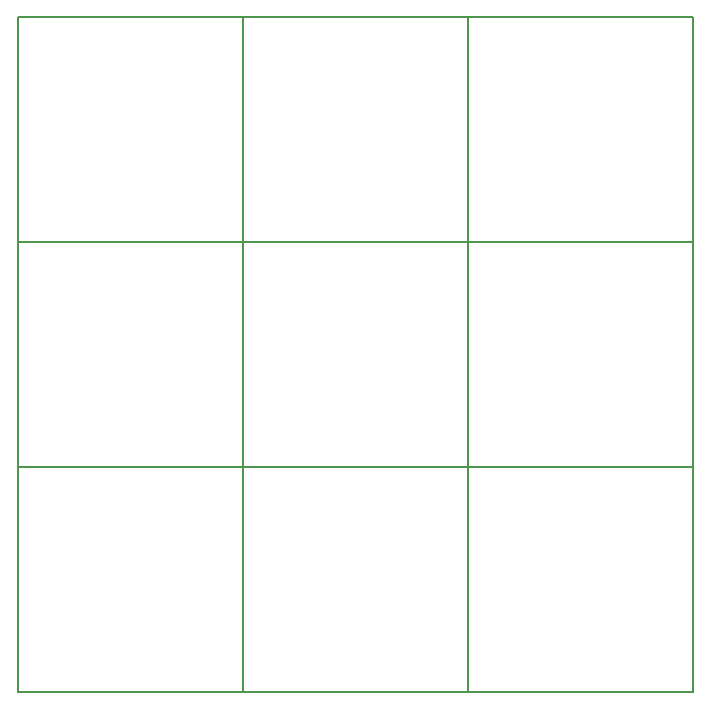
<source format=gbr>
%TF.GenerationSoftware,KiCad,Pcbnew,9.0.2*%
%TF.CreationDate,2025-06-22T22:22:17+03:00*%
%TF.ProjectId,macropad,6d616372-6f70-4616-942e-6b696361645f,rev?*%
%TF.SameCoordinates,Original*%
%TF.FileFunction,OtherDrawing,Comment*%
%FSLAX46Y46*%
G04 Gerber Fmt 4.6, Leading zero omitted, Abs format (unit mm)*
G04 Created by KiCad (PCBNEW 9.0.2) date 2025-06-22 22:22:17*
%MOMM*%
%LPD*%
G01*
G04 APERTURE LIST*
%ADD10C,0.150000*%
G04 APERTURE END LIST*
D10*
%TO.C,SW4*%
X160055000Y-82875000D02*
X179105000Y-82875000D01*
X160055000Y-101925000D02*
X160055000Y-82875000D01*
X179105000Y-82875000D02*
X179105000Y-101925000D01*
X179105000Y-101925000D02*
X160055000Y-101925000D01*
%TO.C,SW1*%
X141005000Y-82875000D02*
X160055000Y-82875000D01*
X141005000Y-101925000D02*
X141005000Y-82875000D01*
X160055000Y-82875000D02*
X160055000Y-101925000D01*
X160055000Y-101925000D02*
X141005000Y-101925000D01*
%TO.C,SW6*%
X160055000Y-120975000D02*
X179105000Y-120975000D01*
X160055000Y-140025000D02*
X160055000Y-120975000D01*
X179105000Y-120975000D02*
X179105000Y-140025000D01*
X179105000Y-140025000D02*
X160055000Y-140025000D01*
%TO.C,SW5*%
X160055000Y-101925000D02*
X179105000Y-101925000D01*
X160055000Y-120975000D02*
X160055000Y-101925000D01*
X179105000Y-101925000D02*
X179105000Y-120975000D01*
X179105000Y-120975000D02*
X160055000Y-120975000D01*
%TO.C,SW2*%
X141005000Y-101925000D02*
X160055000Y-101925000D01*
X141005000Y-120975000D02*
X141005000Y-101925000D01*
X160055000Y-101925000D02*
X160055000Y-120975000D01*
X160055000Y-120975000D02*
X141005000Y-120975000D01*
%TO.C,SW3*%
X141005000Y-120975000D02*
X160055000Y-120975000D01*
X141005000Y-140025000D02*
X141005000Y-120975000D01*
X160055000Y-120975000D02*
X160055000Y-140025000D01*
X160055000Y-140025000D02*
X141005000Y-140025000D01*
%TO.C,SW8*%
X179105000Y-101925000D02*
X198155000Y-101925000D01*
X179105000Y-120975000D02*
X179105000Y-101925000D01*
X198155000Y-101925000D02*
X198155000Y-120975000D01*
X198155000Y-120975000D02*
X179105000Y-120975000D01*
%TO.C,SW7*%
X179105000Y-82875000D02*
X198155000Y-82875000D01*
X179105000Y-101925000D02*
X179105000Y-82875000D01*
X198155000Y-82875000D02*
X198155000Y-101925000D01*
X198155000Y-101925000D02*
X179105000Y-101925000D01*
%TO.C,SW9*%
X179105000Y-120975000D02*
X198155000Y-120975000D01*
X179105000Y-140025000D02*
X179105000Y-120975000D01*
X198155000Y-120975000D02*
X198155000Y-140025000D01*
X198155000Y-140025000D02*
X179105000Y-140025000D01*
%TD*%
M02*

</source>
